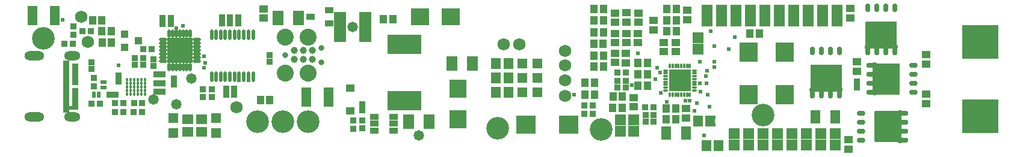
<source format=gts>
G04*
G04 #@! TF.GenerationSoftware,Altium Limited,Altium Designer,19.0.15 (446)*
G04*
G04 Layer_Color=8388736*
%FSLAX23Y23*%
%MOIN*%
G70*
G01*
G75*
%ADD61O,0.022X0.059*%
%ADD62O,0.012X0.031*%
%ADD63O,0.031X0.012*%
%ADD64R,0.122X0.122*%
%ADD65C,0.018*%
%ADD66R,0.045X0.034*%
%ADD67R,0.049X0.032*%
%ADD68R,0.053X0.061*%
%ADD69R,0.047X0.043*%
%ADD70R,0.045X0.041*%
%ADD71R,0.038X0.032*%
%ADD72R,0.033X0.032*%
%ADD73R,0.063X0.059*%
%ADD74O,0.063X0.028*%
%ADD75O,0.047X0.028*%
%ADD76R,0.104X0.108*%
%ADD77R,0.043X0.047*%
%ADD78R,0.041X0.045*%
%ADD79O,0.028X0.063*%
%ADD80O,0.028X0.047*%
%ADD81R,0.055X0.073*%
%ADD82R,0.108X0.104*%
%ADD83R,0.205X0.185*%
%ADD84R,0.032X0.038*%
%ADD85C,0.039*%
%ADD86R,0.024X0.036*%
%ADD87R,0.036X0.024*%
%ADD88R,0.053X0.106*%
%ADD89R,0.059X0.079*%
%ADD90R,0.067X0.165*%
%ADD91R,0.104X0.093*%
%ADD92R,0.043X0.039*%
%ADD93R,0.032X0.033*%
%ADD94R,0.055X0.055*%
%ADD95R,0.055X0.055*%
%ADD96R,0.061X0.053*%
%ADD97O,0.020X0.045*%
%ADD98O,0.045X0.020*%
%ADD99R,0.140X0.140*%
%ADD100R,0.036X0.020*%
%ADD101R,0.036X0.047*%
%ADD102R,0.185X0.110*%
%ADD103R,0.093X0.104*%
%ADD104R,0.045X0.043*%
%ADD105C,0.068*%
%ADD106C,0.126*%
%ADD107C,0.028*%
%ADD108C,0.033*%
%ADD109C,0.094*%
%ADD110O,0.110X0.051*%
%ADD111O,0.091X0.051*%
%ADD112C,0.024*%
%ADD113C,0.058*%
%ADD114C,0.012*%
G36*
X5223Y1143D02*
X5224Y1143D01*
X5224Y1143D01*
X5225Y1143D01*
X5225Y1143D01*
X5226Y1142D01*
X5226Y1142D01*
X5226Y1141D01*
X5226Y1141D01*
X5227Y1140D01*
X5227Y1140D01*
X5227Y1139D01*
Y1019D01*
X5227Y1018D01*
X5227Y1016D01*
X5228Y1015D01*
X5229Y1013D01*
X5230Y1012D01*
X5230Y1012D01*
X5230Y1012D01*
X5230Y1012D01*
X5230Y1012D01*
X5230Y1012D01*
X5230Y1011D01*
X5230Y1011D01*
X5230Y1011D01*
X5230Y1011D01*
X5230Y1011D01*
X5230Y1011D01*
X5230Y1011D01*
X5230Y1011D01*
X5230Y1010D01*
X5231Y1010D01*
X5231Y1010D01*
X5231Y1010D01*
X5231Y1010D01*
X5231Y1010D01*
X5231Y1010D01*
X5231Y1010D01*
X5231Y1009D01*
Y998D01*
X5231Y997D01*
X5230Y997D01*
X5230Y996D01*
X5230Y996D01*
X5230Y995D01*
X5229Y995D01*
X5229Y994D01*
X5229Y994D01*
X5228Y994D01*
X5228Y994D01*
X5227Y994D01*
X5227Y994D01*
X5053D01*
X5053Y994D01*
X5052Y994D01*
X5052Y994D01*
X5051Y994D01*
X5051Y994D01*
X5051Y995D01*
X5050Y995D01*
X5050Y996D01*
X5050Y996D01*
X5050Y997D01*
X5049Y997D01*
X5049Y998D01*
Y1009D01*
X5049Y1009D01*
X5049Y1010D01*
X5049Y1010D01*
X5049Y1010D01*
X5049Y1010D01*
X5049Y1010D01*
X5049Y1010D01*
X5049Y1010D01*
X5050Y1010D01*
X5050Y1011D01*
X5050Y1011D01*
X5050Y1011D01*
X5050Y1011D01*
X5050Y1011D01*
X5050Y1011D01*
X5050Y1011D01*
X5050Y1011D01*
X5050Y1012D01*
X5050Y1012D01*
X5050Y1012D01*
X5050Y1012D01*
X5050Y1012D01*
X5050Y1012D01*
X5051Y1013D01*
X5052Y1015D01*
X5053Y1016D01*
X5053Y1018D01*
X5053Y1019D01*
Y1139D01*
X5053Y1140D01*
X5053Y1140D01*
X5054Y1141D01*
X5054Y1141D01*
X5054Y1142D01*
X5054Y1142D01*
X5055Y1143D01*
X5055Y1143D01*
X5056Y1143D01*
X5056Y1143D01*
X5057Y1143D01*
X5057Y1143D01*
X5223D01*
X5223Y1143D01*
D02*
G37*
G36*
X4918Y904D02*
X4919Y904D01*
X4919Y904D01*
X4920Y904D01*
X4920Y904D01*
X4921Y903D01*
X4921Y903D01*
X4921Y902D01*
X4921Y902D01*
X4922Y901D01*
X4922Y901D01*
X4922Y900D01*
Y780D01*
X4922Y779D01*
X4922Y777D01*
X4923Y776D01*
X4924Y774D01*
X4925Y773D01*
X4925Y773D01*
X4925Y773D01*
X4925Y773D01*
X4925Y773D01*
X4925Y773D01*
X4925Y773D01*
X4925Y772D01*
X4925Y772D01*
X4925Y772D01*
X4925Y772D01*
X4925Y772D01*
X4925Y772D01*
X4925Y772D01*
X4925Y772D01*
X4926Y771D01*
X4926Y771D01*
X4926Y771D01*
X4926Y771D01*
X4926Y771D01*
X4926Y771D01*
X4926Y771D01*
X4926Y771D01*
Y759D01*
X4926Y758D01*
X4925Y758D01*
X4925Y757D01*
X4925Y757D01*
X4925Y756D01*
X4924Y756D01*
X4924Y756D01*
X4924Y755D01*
X4923Y755D01*
X4923Y755D01*
X4922Y755D01*
X4922Y755D01*
X4748D01*
X4748Y755D01*
X4747Y755D01*
X4747Y755D01*
X4746Y755D01*
X4746Y756D01*
X4746Y756D01*
X4745Y756D01*
X4745Y757D01*
X4745Y757D01*
X4745Y758D01*
X4744Y758D01*
X4744Y759D01*
Y771D01*
X4744Y771D01*
X4744Y771D01*
X4744Y771D01*
X4744Y771D01*
X4744Y771D01*
X4744Y771D01*
X4744Y771D01*
X4744Y771D01*
X4745Y772D01*
X4745Y772D01*
X4745Y772D01*
X4745Y772D01*
X4745Y772D01*
X4745Y772D01*
X4745Y772D01*
X4745Y772D01*
X4745Y773D01*
X4745Y773D01*
X4745Y773D01*
X4745Y773D01*
X4745Y773D01*
X4745Y773D01*
X4745Y773D01*
X4746Y774D01*
X4747Y776D01*
X4748Y777D01*
X4748Y779D01*
X4748Y780D01*
Y900D01*
X4748Y901D01*
X4748Y901D01*
X4749Y902D01*
X4749Y902D01*
X4749Y903D01*
X4749Y903D01*
X4750Y904D01*
X4750Y904D01*
X4751Y904D01*
X4751Y904D01*
X4752Y904D01*
X4752Y904D01*
X4918D01*
X4918Y904D01*
D02*
G37*
G36*
X5110Y916D02*
X5110Y916D01*
X5110Y916D01*
X5110Y916D01*
X5110Y916D01*
X5110Y916D01*
X5110Y916D01*
X5110Y915D01*
X5111Y915D01*
X5111Y915D01*
X5111Y915D01*
X5111Y915D01*
X5111Y915D01*
X5111Y915D01*
X5111Y915D01*
X5111Y915D01*
X5112Y915D01*
X5112Y915D01*
X5112Y915D01*
X5112Y915D01*
X5112Y915D01*
X5112Y915D01*
X5113Y914D01*
X5115Y913D01*
X5116Y912D01*
X5118Y912D01*
X5119Y912D01*
X5239D01*
X5240Y912D01*
X5240Y912D01*
X5241Y911D01*
X5241Y911D01*
X5242Y911D01*
X5242Y911D01*
X5243Y910D01*
X5243Y910D01*
X5243Y909D01*
X5243Y909D01*
X5243Y908D01*
X5243Y908D01*
Y742D01*
X5243Y742D01*
X5243Y741D01*
X5243Y741D01*
X5243Y740D01*
X5243Y740D01*
X5242Y739D01*
X5242Y739D01*
X5241Y739D01*
X5241Y739D01*
X5240Y738D01*
X5240Y738D01*
X5239Y738D01*
X5119D01*
X5118Y738D01*
X5116Y738D01*
X5115Y737D01*
X5113Y736D01*
X5112Y735D01*
X5112Y735D01*
X5112Y735D01*
X5112Y735D01*
X5112Y735D01*
X5112Y735D01*
X5111Y735D01*
X5111Y735D01*
X5111Y735D01*
X5111Y735D01*
X5111Y735D01*
X5111Y735D01*
X5111Y735D01*
X5111Y735D01*
X5110Y735D01*
X5110Y734D01*
X5110Y734D01*
X5110Y734D01*
X5110Y734D01*
X5110Y734D01*
X5110Y734D01*
X5110Y734D01*
X5109Y734D01*
X5098Y734D01*
X5097Y734D01*
X5097Y735D01*
X5096Y735D01*
X5096Y735D01*
X5095Y735D01*
X5095Y736D01*
X5094Y736D01*
X5094Y736D01*
X5094Y737D01*
X5094Y737D01*
X5094Y738D01*
X5094Y738D01*
Y912D01*
X5094Y912D01*
X5094Y913D01*
X5094Y913D01*
X5094Y914D01*
X5094Y914D01*
X5095Y914D01*
X5095Y915D01*
X5096Y915D01*
X5096Y915D01*
X5097Y915D01*
X5097Y916D01*
X5098Y916D01*
X5109D01*
X5110Y916D01*
D02*
G37*
G36*
X5251Y651D02*
X5251Y650D01*
X5252Y650D01*
X5252Y650D01*
X5253Y650D01*
X5253Y649D01*
X5253Y649D01*
X5254Y649D01*
X5254Y648D01*
X5254Y648D01*
X5254Y647D01*
X5254Y647D01*
Y473D01*
X5254Y473D01*
X5254Y472D01*
X5254Y472D01*
X5254Y471D01*
X5253Y471D01*
X5253Y471D01*
X5253Y470D01*
X5252Y470D01*
X5252Y470D01*
X5251Y470D01*
X5251Y469D01*
X5250Y469D01*
X5238D01*
X5238Y469D01*
X5238Y469D01*
X5238Y469D01*
X5238Y469D01*
X5238Y469D01*
X5238Y469D01*
X5237Y469D01*
X5237Y470D01*
X5237Y470D01*
X5237Y470D01*
X5237Y470D01*
X5237Y470D01*
X5237Y470D01*
X5237Y470D01*
X5237Y470D01*
X5236Y470D01*
X5236Y470D01*
X5236Y470D01*
X5236Y470D01*
X5236Y470D01*
X5236Y470D01*
X5236Y470D01*
X5235Y471D01*
X5233Y472D01*
X5232Y473D01*
X5230Y473D01*
X5229Y473D01*
X5109D01*
X5108Y473D01*
X5107Y473D01*
X5107Y474D01*
X5106Y474D01*
X5106Y474D01*
X5106Y474D01*
X5105Y475D01*
X5105Y475D01*
X5105Y476D01*
X5105Y476D01*
X5105Y477D01*
X5104Y477D01*
Y643D01*
X5105Y643D01*
X5105Y644D01*
X5105Y644D01*
X5105Y645D01*
X5105Y645D01*
X5106Y646D01*
X5106Y646D01*
X5106Y646D01*
X5107Y646D01*
X5107Y647D01*
X5108Y647D01*
X5109Y647D01*
X5229D01*
X5230Y647D01*
X5232Y647D01*
X5233Y648D01*
X5235Y649D01*
X5236Y650D01*
X5236Y650D01*
X5236Y650D01*
X5236Y650D01*
X5236Y650D01*
X5236Y650D01*
X5236Y650D01*
X5237Y650D01*
X5237Y650D01*
X5237Y650D01*
X5237Y650D01*
X5237Y650D01*
X5237Y650D01*
X5237Y650D01*
X5237Y650D01*
X5237Y651D01*
X5238Y651D01*
X5238Y651D01*
X5238Y651D01*
X5238Y651D01*
X5238Y651D01*
X5238Y651D01*
X5238Y651D01*
X5250D01*
X5251Y651D01*
D02*
G37*
D61*
X1661Y1070D02*
D03*
X1635D02*
D03*
X1610D02*
D03*
X1584D02*
D03*
X1559D02*
D03*
X1533D02*
D03*
X1507D02*
D03*
X1482D02*
D03*
X1456D02*
D03*
X1431D02*
D03*
X1661Y838D02*
D03*
X1635D02*
D03*
X1610D02*
D03*
X1584D02*
D03*
X1559D02*
D03*
X1533D02*
D03*
X1507D02*
D03*
X1482D02*
D03*
X1456D02*
D03*
X1431D02*
D03*
D62*
X4080Y897D02*
D03*
X4065D02*
D03*
X4049D02*
D03*
X4033D02*
D03*
X4017D02*
D03*
X4002D02*
D03*
X3986D02*
D03*
X3970D02*
D03*
Y737D02*
D03*
X3986D02*
D03*
X4002D02*
D03*
X4017D02*
D03*
X4033D02*
D03*
X4049D02*
D03*
X4065D02*
D03*
X4080D02*
D03*
D63*
X3946Y872D02*
D03*
Y856D02*
D03*
Y841D02*
D03*
Y825D02*
D03*
Y809D02*
D03*
Y794D02*
D03*
Y778D02*
D03*
Y762D02*
D03*
X4105D02*
D03*
Y778D02*
D03*
Y794D02*
D03*
Y809D02*
D03*
Y825D02*
D03*
Y841D02*
D03*
Y856D02*
D03*
Y872D02*
D03*
D64*
X4025Y817D02*
D03*
D65*
X1061Y742D02*
D03*
X1041D02*
D03*
X1021D02*
D03*
X1002D02*
D03*
X982D02*
D03*
X962D02*
D03*
X1061Y762D02*
D03*
X1041D02*
D03*
X1021D02*
D03*
X1002D02*
D03*
X982D02*
D03*
X962D02*
D03*
X1061Y782D02*
D03*
X1041D02*
D03*
X1021D02*
D03*
X1002D02*
D03*
X982D02*
D03*
X962D02*
D03*
X1061Y801D02*
D03*
X1041D02*
D03*
X1021D02*
D03*
X1002D02*
D03*
X982D02*
D03*
X962D02*
D03*
X1061Y821D02*
D03*
X1041D02*
D03*
X1021D02*
D03*
X1002D02*
D03*
X982D02*
D03*
X962D02*
D03*
D66*
X2439Y615D02*
D03*
Y576D02*
D03*
Y537D02*
D03*
X2331D02*
D03*
Y576D02*
D03*
Y615D02*
D03*
D67*
X1978Y1172D02*
D03*
X2082Y1209D02*
D03*
Y1135D02*
D03*
D68*
X4194Y590D02*
D03*
X4126D02*
D03*
X4171Y453D02*
D03*
X4239D02*
D03*
X3006Y750D02*
D03*
X3075D02*
D03*
X3006Y910D02*
D03*
X3075D02*
D03*
X3006Y830D02*
D03*
X3075D02*
D03*
D69*
X3727Y915D02*
D03*
Y968D02*
D03*
X5005Y922D02*
D03*
Y868D02*
D03*
X4960Y433D02*
D03*
Y487D02*
D03*
X4065Y1207D02*
D03*
Y1153D02*
D03*
X4970Y1217D02*
D03*
Y1163D02*
D03*
X3730Y1140D02*
D03*
Y1193D02*
D03*
X5390Y742D02*
D03*
Y688D02*
D03*
Y908D02*
D03*
Y961D02*
D03*
D70*
X3666Y916D02*
D03*
Y967D02*
D03*
X3936Y976D02*
D03*
Y1027D02*
D03*
X4060Y661D02*
D03*
Y609D02*
D03*
X3770Y721D02*
D03*
Y670D02*
D03*
X3880Y1151D02*
D03*
Y1099D02*
D03*
X3795Y1192D02*
D03*
Y1141D02*
D03*
X3665Y1141D02*
D03*
Y1192D02*
D03*
Y1078D02*
D03*
Y1027D02*
D03*
X3730Y1078D02*
D03*
Y1027D02*
D03*
X3794Y1079D02*
D03*
Y1027D02*
D03*
X4001Y976D02*
D03*
Y1027D02*
D03*
X1718Y1163D02*
D03*
Y1215D02*
D03*
D71*
X3680Y862D02*
D03*
X3725D02*
D03*
X3833Y667D02*
D03*
X3879D02*
D03*
X766Y687D02*
D03*
X812D02*
D03*
X1100Y992D02*
D03*
X1054D02*
D03*
X663Y1022D02*
D03*
X617D02*
D03*
X717Y1092D02*
D03*
X763D02*
D03*
X1000Y641D02*
D03*
X1045D02*
D03*
X1001Y691D02*
D03*
X1046D02*
D03*
X897Y641D02*
D03*
X943D02*
D03*
X897Y691D02*
D03*
X943D02*
D03*
D72*
X3680Y814D02*
D03*
Y779D02*
D03*
X3878Y624D02*
D03*
Y589D02*
D03*
X5005Y812D02*
D03*
Y778D02*
D03*
X3837Y624D02*
D03*
Y589D02*
D03*
X3727Y814D02*
D03*
Y779D02*
D03*
X1752Y957D02*
D03*
Y922D02*
D03*
X1224Y793D02*
D03*
Y828D02*
D03*
X1052Y940D02*
D03*
Y905D02*
D03*
X767Y917D02*
D03*
Y882D02*
D03*
X1556Y737D02*
D03*
Y771D02*
D03*
X1511Y737D02*
D03*
Y771D02*
D03*
X1578Y1169D02*
D03*
Y1134D02*
D03*
X1533Y1169D02*
D03*
Y1134D02*
D03*
X1488Y1169D02*
D03*
Y1134D02*
D03*
X1205Y1165D02*
D03*
Y1130D02*
D03*
X1160Y1165D02*
D03*
Y1130D02*
D03*
X1110Y934D02*
D03*
Y899D02*
D03*
X915Y811D02*
D03*
Y845D02*
D03*
X1007Y905D02*
D03*
Y940D02*
D03*
X2265Y650D02*
D03*
Y685D02*
D03*
D73*
X4125Y1053D02*
D03*
Y990D02*
D03*
X3769Y596D02*
D03*
Y534D02*
D03*
X3695Y596D02*
D03*
Y534D02*
D03*
X4656Y1209D02*
D03*
Y1146D02*
D03*
X4736Y1209D02*
D03*
Y1146D02*
D03*
X4816Y1209D02*
D03*
Y1146D02*
D03*
X4896Y1209D02*
D03*
Y1146D02*
D03*
X4176Y1209D02*
D03*
Y1146D02*
D03*
X4256Y1209D02*
D03*
Y1146D02*
D03*
X4336Y1209D02*
D03*
Y1146D02*
D03*
X4416Y1209D02*
D03*
Y1146D02*
D03*
X4496Y1209D02*
D03*
Y1146D02*
D03*
X4576Y1209D02*
D03*
Y1146D02*
D03*
X4886Y457D02*
D03*
Y520D02*
D03*
X4806Y457D02*
D03*
Y520D02*
D03*
X4726Y457D02*
D03*
Y520D02*
D03*
X4646Y457D02*
D03*
Y520D02*
D03*
X4566Y457D02*
D03*
Y520D02*
D03*
X4486Y457D02*
D03*
Y520D02*
D03*
X4406Y457D02*
D03*
Y520D02*
D03*
X4326Y457D02*
D03*
Y520D02*
D03*
D74*
X5088Y750D02*
D03*
Y800D02*
D03*
Y850D02*
D03*
Y900D02*
D03*
X5260Y635D02*
D03*
Y585D02*
D03*
Y535D02*
D03*
Y485D02*
D03*
D75*
X5320Y900D02*
D03*
Y850D02*
D03*
Y800D02*
D03*
Y750D02*
D03*
X5028Y485D02*
D03*
Y535D02*
D03*
Y585D02*
D03*
Y635D02*
D03*
D76*
X4605Y736D02*
D03*
Y974D02*
D03*
X4405Y736D02*
D03*
Y974D02*
D03*
D77*
X4467Y1078D02*
D03*
X4413D02*
D03*
X3548Y1085D02*
D03*
X3602D02*
D03*
X3548Y954D02*
D03*
X3602D02*
D03*
Y1215D02*
D03*
X3548D02*
D03*
X3953Y1090D02*
D03*
X4007D02*
D03*
X4006Y1215D02*
D03*
X3953D02*
D03*
X4002Y601D02*
D03*
X3949D02*
D03*
X2435Y1157D02*
D03*
X2381D02*
D03*
D78*
X3549Y893D02*
D03*
X3601D02*
D03*
X3549Y1150D02*
D03*
X3601D02*
D03*
X4001Y661D02*
D03*
X3949D02*
D03*
X3654Y664D02*
D03*
X3706D02*
D03*
X4006Y1152D02*
D03*
X3954D02*
D03*
X3706Y726D02*
D03*
X3655D02*
D03*
X3548Y1022D02*
D03*
X3600D02*
D03*
X3846Y915D02*
D03*
X3794D02*
D03*
X3846Y851D02*
D03*
X3794D02*
D03*
X3846Y788D02*
D03*
X3794D02*
D03*
X772Y1151D02*
D03*
X824D02*
D03*
X824Y1092D02*
D03*
X876D02*
D03*
X825Y1026D02*
D03*
X876D02*
D03*
X3499Y739D02*
D03*
X3551D02*
D03*
X3499Y803D02*
D03*
X3551D02*
D03*
X1754Y709D02*
D03*
X1703D02*
D03*
D79*
X4910Y749D02*
D03*
X4860D02*
D03*
X4810D02*
D03*
X4760D02*
D03*
X5215Y988D02*
D03*
X5165D02*
D03*
X5115D02*
D03*
X5065D02*
D03*
D80*
X4760Y981D02*
D03*
X4810D02*
D03*
X4860D02*
D03*
X4910D02*
D03*
X5065Y1220D02*
D03*
X5115D02*
D03*
X5165D02*
D03*
X5215D02*
D03*
D81*
X4060Y525D02*
D03*
X3950D02*
D03*
X4775Y613D02*
D03*
X4885D02*
D03*
D82*
X3409Y570D02*
D03*
X3171D02*
D03*
D83*
X5690Y618D02*
D03*
Y1032D02*
D03*
D84*
X3544Y676D02*
D03*
Y630D02*
D03*
X3497D02*
D03*
Y676D02*
D03*
X780Y831D02*
D03*
Y785D02*
D03*
X1382Y769D02*
D03*
Y724D02*
D03*
X1431Y769D02*
D03*
Y724D02*
D03*
X665Y1072D02*
D03*
Y1118D02*
D03*
X2265Y595D02*
D03*
Y550D02*
D03*
X2215Y549D02*
D03*
Y594D02*
D03*
D85*
X1990Y983D02*
D03*
X1890Y933D02*
D03*
Y983D02*
D03*
X1940Y933D02*
D03*
X1990D02*
D03*
X1940Y983D02*
D03*
D86*
X806Y736D02*
D03*
X778D02*
D03*
D87*
X831Y779D02*
D03*
Y807D02*
D03*
D88*
X562Y1176D02*
D03*
X438D02*
D03*
X1956Y724D02*
D03*
X2080D02*
D03*
D89*
X1798Y1165D02*
D03*
X1912D02*
D03*
X2762Y910D02*
D03*
X2876D02*
D03*
X2637Y586D02*
D03*
X2523D02*
D03*
D90*
X2142Y1115D02*
D03*
X2284D02*
D03*
D91*
X2755Y1170D02*
D03*
X2585D02*
D03*
D92*
X1026Y1037D02*
D03*
X948Y1000D02*
D03*
Y1074D02*
D03*
D93*
X1160Y852D02*
D03*
X1125D02*
D03*
X900Y736D02*
D03*
X865D02*
D03*
X1125Y801D02*
D03*
X1160D02*
D03*
X1125Y754D02*
D03*
X1160D02*
D03*
D94*
X3236Y750D02*
D03*
X3154D02*
D03*
X3237Y910D02*
D03*
X3154D02*
D03*
X3237Y830D02*
D03*
X3154D02*
D03*
D95*
X1455Y606D02*
D03*
Y524D02*
D03*
X1218Y606D02*
D03*
Y524D02*
D03*
D96*
X1375Y600D02*
D03*
Y531D02*
D03*
X1298Y600D02*
D03*
Y531D02*
D03*
D97*
X1314Y1079D02*
D03*
X1294D02*
D03*
X1275D02*
D03*
X1255D02*
D03*
X1235D02*
D03*
X1216D02*
D03*
X1196D02*
D03*
Y890D02*
D03*
X1216D02*
D03*
X1235D02*
D03*
X1255D02*
D03*
X1275D02*
D03*
X1294D02*
D03*
X1314D02*
D03*
D98*
X1161Y1044D02*
D03*
Y1024D02*
D03*
Y1004D02*
D03*
Y985D02*
D03*
Y965D02*
D03*
Y945D02*
D03*
Y925D02*
D03*
X1350D02*
D03*
Y945D02*
D03*
Y965D02*
D03*
Y985D02*
D03*
Y1004D02*
D03*
Y1024D02*
D03*
Y1044D02*
D03*
D99*
X1255Y985D02*
D03*
D100*
X625Y792D02*
D03*
Y871D02*
D03*
Y851D02*
D03*
Y832D02*
D03*
Y812D02*
D03*
Y773D02*
D03*
Y753D02*
D03*
Y733D02*
D03*
Y714D02*
D03*
Y694D02*
D03*
X676Y763D02*
D03*
Y664D02*
D03*
Y684D02*
D03*
Y704D02*
D03*
Y724D02*
D03*
Y743D02*
D03*
Y901D02*
D03*
Y802D02*
D03*
Y822D02*
D03*
Y842D02*
D03*
Y861D02*
D03*
Y881D02*
D03*
D101*
X625Y905D02*
D03*
X625Y661D02*
D03*
D102*
X2500Y1018D02*
D03*
Y703D02*
D03*
D103*
X2795Y601D02*
D03*
Y770D02*
D03*
D104*
X2200Y773D02*
D03*
Y649D02*
D03*
D105*
X3135Y1018D02*
D03*
X710Y1172D02*
D03*
X3390Y730D02*
D03*
Y980D02*
D03*
X745Y1032D02*
D03*
X3390Y817D02*
D03*
Y900D02*
D03*
X3050Y1018D02*
D03*
X1570Y668D02*
D03*
D106*
X500Y1050D02*
D03*
X1965Y589D02*
D03*
X1825D02*
D03*
X1685Y586D02*
D03*
X4486Y623D02*
D03*
X3589Y545D02*
D03*
X3015Y550D02*
D03*
D107*
X4069Y860D02*
D03*
Y774D02*
D03*
X3982Y860D02*
D03*
Y774D02*
D03*
X4025Y860D02*
D03*
X4069Y817D02*
D03*
X3982D02*
D03*
X4025Y775D02*
D03*
Y817D02*
D03*
X1298Y1028D02*
D03*
Y985D02*
D03*
Y941D02*
D03*
X1255Y1028D02*
D03*
Y985D02*
D03*
Y941D02*
D03*
X1212Y1028D02*
D03*
Y985D02*
D03*
Y941D02*
D03*
D108*
X2040Y918D02*
D03*
Y998D02*
D03*
X1840Y958D02*
D03*
D109*
Y1058D02*
D03*
X1965D02*
D03*
Y858D02*
D03*
X1840D02*
D03*
D110*
X449Y953D02*
D03*
Y613D02*
D03*
D111*
X660Y953D02*
D03*
Y613D02*
D03*
D112*
X4214Y571D02*
D03*
X4213Y611D02*
D03*
X4195Y590D02*
D03*
X4180Y610D02*
D03*
Y570D02*
D03*
X3900Y887D02*
D03*
X3240Y748D02*
D03*
X4171Y801D02*
D03*
X4106Y649D02*
D03*
X4055Y705D02*
D03*
X4640Y1004D02*
D03*
X4610D02*
D03*
X4575Y1004D02*
D03*
X4406Y1004D02*
D03*
X4375D02*
D03*
X4435D02*
D03*
X5215Y1210D02*
D03*
X5165D02*
D03*
X5115Y1210D02*
D03*
X5005Y778D02*
D03*
X5005Y922D02*
D03*
X3727Y915D02*
D03*
X3497Y630D02*
D03*
X3727Y779D02*
D03*
X3680D02*
D03*
X3655Y726D02*
D03*
X3695Y596D02*
D03*
X3769D02*
D03*
X3878Y589D02*
D03*
X3837D02*
D03*
X4960Y433D02*
D03*
X4886Y457D02*
D03*
X4806D02*
D03*
X4726D02*
D03*
X4646D02*
D03*
X4566D02*
D03*
X4486D02*
D03*
X4406D02*
D03*
X4326D02*
D03*
X4467Y1078D02*
D03*
X4970Y1217D02*
D03*
X4896Y1209D02*
D03*
X4816Y1209D02*
D03*
X4736D02*
D03*
X4656D02*
D03*
X4576Y1209D02*
D03*
X4496D02*
D03*
X4416D02*
D03*
X4336D02*
D03*
X4256D02*
D03*
X4180Y1209D02*
D03*
X4065Y1205D02*
D03*
X4006Y1215D02*
D03*
X3730Y1140D02*
D03*
X3665Y1141D02*
D03*
X3602Y1215D02*
D03*
X3549Y893D02*
D03*
X3548Y954D02*
D03*
Y1022D02*
D03*
Y1085D02*
D03*
X1395Y915D02*
D03*
X3440Y738D02*
D03*
X4330Y1058D02*
D03*
X3497Y676D02*
D03*
X3556Y803D02*
D03*
X3555Y740D02*
D03*
X3890Y825D02*
D03*
X3845Y790D02*
D03*
X3499Y803D02*
D03*
X3953Y697D02*
D03*
X3760Y790D02*
D03*
X4295Y990D02*
D03*
X4125D02*
D03*
X4215Y1009D02*
D03*
X4176Y872D02*
D03*
X4195Y1092D02*
D03*
X4215Y920D02*
D03*
Y890D02*
D03*
X3954Y1152D02*
D03*
X3935Y1028D02*
D03*
X3795Y920D02*
D03*
X3792Y968D02*
D03*
X4135Y802D02*
D03*
X4180Y737D02*
D03*
X4140Y754D02*
D03*
X4119Y691D02*
D03*
X3549Y1150D02*
D03*
X3727Y967D02*
D03*
X4080Y705D02*
D03*
X4170Y840D02*
D03*
X4190Y672D02*
D03*
X3920Y748D02*
D03*
X3915Y860D02*
D03*
X3601Y954D02*
D03*
Y893D02*
D03*
X3880Y1100D02*
D03*
X4135Y922D02*
D03*
X3727Y814D02*
D03*
X4970Y1163D02*
D03*
X5390Y904D02*
D03*
Y745D02*
D03*
X4160Y510D02*
D03*
X4960Y485D02*
D03*
X1584Y819D02*
D03*
X605Y1155D02*
D03*
X948Y1074D02*
D03*
X774Y1152D02*
D03*
X824Y1151D02*
D03*
X652Y665D02*
D03*
X2329Y577D02*
D03*
X812Y687D02*
D03*
X2435Y1157D02*
D03*
X1046Y691D02*
D03*
X915Y901D02*
D03*
X878Y1028D02*
D03*
Y1092D02*
D03*
X824Y1092D02*
D03*
X1052Y940D02*
D03*
X1008Y941D02*
D03*
X1225Y828D02*
D03*
X1224Y792D02*
D03*
X1456Y605D02*
D03*
X1428Y726D02*
D03*
X2876Y910D02*
D03*
X2795Y601D02*
D03*
X2637Y586D02*
D03*
X1205Y1165D02*
D03*
X1160D02*
D03*
X1578Y1169D02*
D03*
X1533D02*
D03*
X1488D02*
D03*
X1559Y1070D02*
D03*
X1556Y737D02*
D03*
X1511D02*
D03*
X1390Y952D02*
D03*
Y886D02*
D03*
X1754Y709D02*
D03*
X1635Y819D02*
D03*
X1272Y1122D02*
D03*
X1235Y1106D02*
D03*
X1507Y838D02*
D03*
X1482D02*
D03*
X1456D02*
D03*
X1160Y852D02*
D03*
Y801D02*
D03*
Y754D02*
D03*
X1002Y640D02*
D03*
X3240Y829D02*
D03*
Y909D02*
D03*
X1456Y1069D02*
D03*
X1431D02*
D03*
X780Y785D02*
D03*
D113*
X2580Y510D02*
D03*
X2213Y1115D02*
D03*
X1109Y710D02*
D03*
X1318Y828D02*
D03*
X1237Y683D02*
D03*
D114*
X1021Y762D02*
D03*
X1041Y762D02*
D03*
X1061Y762D02*
D03*
X1041Y801D02*
D03*
Y782D02*
D03*
X1061Y821D02*
D03*
X1021Y801D02*
D03*
X1002D02*
D03*
X982D02*
D03*
X1002Y821D02*
D03*
X982Y762D02*
D03*
M02*

</source>
